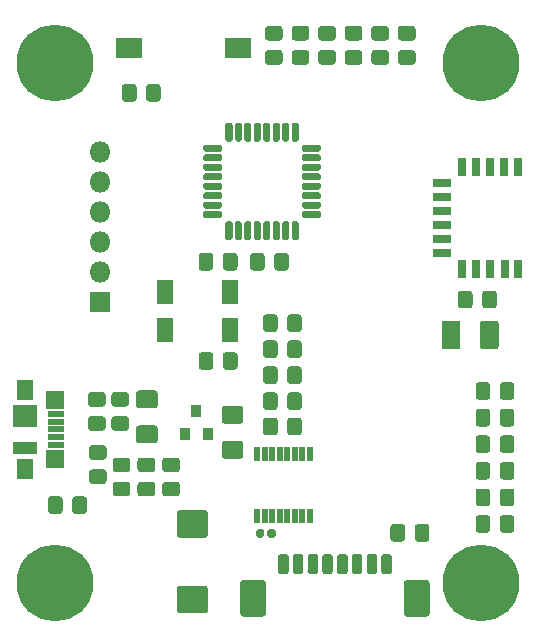
<source format=gbr>
%TF.GenerationSoftware,KiCad,Pcbnew,5.1.6-1.fc32*%
%TF.CreationDate,2020-08-22T09:30:13+02:00*%
%TF.ProjectId,pm_monitor_1,706d5f6d-6f6e-4697-946f-725f312e6b69,rev?*%
%TF.SameCoordinates,Original*%
%TF.FileFunction,Soldermask,Top*%
%TF.FilePolarity,Negative*%
%FSLAX46Y46*%
G04 Gerber Fmt 4.6, Leading zero omitted, Abs format (unit mm)*
G04 Created by KiCad (PCBNEW 5.1.6-1.fc32) date 2020-08-22 09:30:13*
%MOMM*%
%LPD*%
G01*
G04 APERTURE LIST*
%ADD10R,0.500000X1.300000*%
%ADD11C,6.500000*%
%ADD12R,1.400000X2.000000*%
%ADD13R,2.280000X1.700000*%
%ADD14R,2.000000X1.100000*%
%ADD15R,2.000000X1.900000*%
%ADD16R,1.400000X1.750000*%
%ADD17R,1.650000X1.525000*%
%ADD18R,1.480000X0.550000*%
%ADD19O,1.800000X1.800000*%
%ADD20R,1.800000X1.800000*%
%ADD21R,0.900000X1.000000*%
%ADD22R,1.600000X0.800000*%
%ADD23R,0.800000X1.600000*%
G04 APERTURE END LIST*
%TO.C,R8*%
G36*
G01*
X84228262Y-52075000D02*
X83271738Y-52075000D01*
G75*
G02*
X83000000Y-51803262I0J271738D01*
G01*
X83000000Y-51096738D01*
G75*
G02*
X83271738Y-50825000I271738J0D01*
G01*
X84228262Y-50825000D01*
G75*
G02*
X84500000Y-51096738I0J-271738D01*
G01*
X84500000Y-51803262D01*
G75*
G02*
X84228262Y-52075000I-271738J0D01*
G01*
G37*
G36*
G01*
X84228262Y-54125000D02*
X83271738Y-54125000D01*
G75*
G02*
X83000000Y-53853262I0J271738D01*
G01*
X83000000Y-53146738D01*
G75*
G02*
X83271738Y-52875000I271738J0D01*
G01*
X84228262Y-52875000D01*
G75*
G02*
X84500000Y-53146738I0J-271738D01*
G01*
X84500000Y-53853262D01*
G75*
G02*
X84228262Y-54125000I-271738J0D01*
G01*
G37*
%TD*%
%TO.C,D6*%
G36*
G01*
X81978262Y-52075000D02*
X81021738Y-52075000D01*
G75*
G02*
X80750000Y-51803262I0J271738D01*
G01*
X80750000Y-51096738D01*
G75*
G02*
X81021738Y-50825000I271738J0D01*
G01*
X81978262Y-50825000D01*
G75*
G02*
X82250000Y-51096738I0J-271738D01*
G01*
X82250000Y-51803262D01*
G75*
G02*
X81978262Y-52075000I-271738J0D01*
G01*
G37*
G36*
G01*
X81978262Y-54125000D02*
X81021738Y-54125000D01*
G75*
G02*
X80750000Y-53853262I0J271738D01*
G01*
X80750000Y-53146738D01*
G75*
G02*
X81021738Y-52875000I271738J0D01*
G01*
X81978262Y-52875000D01*
G75*
G02*
X82250000Y-53146738I0J-271738D01*
G01*
X82250000Y-53853262D01*
G75*
G02*
X81978262Y-54125000I-271738J0D01*
G01*
G37*
%TD*%
%TO.C,R2*%
G36*
G01*
X71955000Y-93997500D02*
X71955000Y-93602500D01*
G75*
G02*
X72127500Y-93430000I172500J0D01*
G01*
X72472500Y-93430000D01*
G75*
G02*
X72645000Y-93602500I0J-172500D01*
G01*
X72645000Y-93997500D01*
G75*
G02*
X72472500Y-94170000I-172500J0D01*
G01*
X72127500Y-94170000D01*
G75*
G02*
X71955000Y-93997500I0J172500D01*
G01*
G37*
G36*
G01*
X70985000Y-93997500D02*
X70985000Y-93602500D01*
G75*
G02*
X71157500Y-93430000I172500J0D01*
G01*
X71502500Y-93430000D01*
G75*
G02*
X71675000Y-93602500I0J-172500D01*
G01*
X71675000Y-93997500D01*
G75*
G02*
X71502500Y-94170000I-172500J0D01*
G01*
X71157500Y-94170000D01*
G75*
G02*
X70985000Y-93997500I0J172500D01*
G01*
G37*
%TD*%
%TO.C,C14*%
G36*
G01*
X83625000Y-93271738D02*
X83625000Y-94228262D01*
G75*
G02*
X83353262Y-94500000I-271738J0D01*
G01*
X82646738Y-94500000D01*
G75*
G02*
X82375000Y-94228262I0J271738D01*
G01*
X82375000Y-93271738D01*
G75*
G02*
X82646738Y-93000000I271738J0D01*
G01*
X83353262Y-93000000D01*
G75*
G02*
X83625000Y-93271738I0J-271738D01*
G01*
G37*
G36*
G01*
X85675000Y-93271738D02*
X85675000Y-94228262D01*
G75*
G02*
X85403262Y-94500000I-271738J0D01*
G01*
X84696738Y-94500000D01*
G75*
G02*
X84425000Y-94228262I0J271738D01*
G01*
X84425000Y-93271738D01*
G75*
G02*
X84696738Y-93000000I271738J0D01*
G01*
X85403262Y-93000000D01*
G75*
G02*
X85675000Y-93271738I0J-271738D01*
G01*
G37*
%TD*%
%TO.C,C13*%
G36*
G01*
X64536110Y-98225000D02*
X66663890Y-98225000D01*
G75*
G02*
X66925000Y-98486110I0J-261110D01*
G01*
X66925000Y-100313890D01*
G75*
G02*
X66663890Y-100575000I-261110J0D01*
G01*
X64536110Y-100575000D01*
G75*
G02*
X64275000Y-100313890I0J261110D01*
G01*
X64275000Y-98486110D01*
G75*
G02*
X64536110Y-98225000I261110J0D01*
G01*
G37*
G36*
G01*
X64536110Y-91825000D02*
X66663890Y-91825000D01*
G75*
G02*
X66925000Y-92086110I0J-261110D01*
G01*
X66925000Y-93913890D01*
G75*
G02*
X66663890Y-94175000I-261110J0D01*
G01*
X64536110Y-94175000D01*
G75*
G02*
X64275000Y-93913890I0J261110D01*
G01*
X64275000Y-92086110D01*
G75*
G02*
X64536110Y-91825000I261110J0D01*
G01*
G37*
%TD*%
D10*
%TO.C,U4*%
X75525000Y-92300000D03*
X74890000Y-92300000D03*
X74255000Y-92300000D03*
X73620000Y-92300000D03*
X72985000Y-92300000D03*
X72350000Y-92300000D03*
X71715000Y-92300000D03*
X71080000Y-92300000D03*
X71080000Y-87100000D03*
X71715000Y-87100000D03*
X72350000Y-87100000D03*
X72985000Y-87100000D03*
X73620000Y-87100000D03*
X74255000Y-87100000D03*
X74890000Y-87100000D03*
X75525000Y-87100000D03*
%TD*%
%TO.C,R14*%
G36*
G01*
X91625000Y-93478262D02*
X91625000Y-92521738D01*
G75*
G02*
X91896738Y-92250000I271738J0D01*
G01*
X92603262Y-92250000D01*
G75*
G02*
X92875000Y-92521738I0J-271738D01*
G01*
X92875000Y-93478262D01*
G75*
G02*
X92603262Y-93750000I-271738J0D01*
G01*
X91896738Y-93750000D01*
G75*
G02*
X91625000Y-93478262I0J271738D01*
G01*
G37*
G36*
G01*
X89575000Y-93478262D02*
X89575000Y-92521738D01*
G75*
G02*
X89846738Y-92250000I271738J0D01*
G01*
X90553262Y-92250000D01*
G75*
G02*
X90825000Y-92521738I0J-271738D01*
G01*
X90825000Y-93478262D01*
G75*
G02*
X90553262Y-93750000I-271738J0D01*
G01*
X89846738Y-93750000D01*
G75*
G02*
X89575000Y-93478262I0J271738D01*
G01*
G37*
%TD*%
%TO.C,R13*%
G36*
G01*
X91625000Y-88978262D02*
X91625000Y-88021738D01*
G75*
G02*
X91896738Y-87750000I271738J0D01*
G01*
X92603262Y-87750000D01*
G75*
G02*
X92875000Y-88021738I0J-271738D01*
G01*
X92875000Y-88978262D01*
G75*
G02*
X92603262Y-89250000I-271738J0D01*
G01*
X91896738Y-89250000D01*
G75*
G02*
X91625000Y-88978262I0J271738D01*
G01*
G37*
G36*
G01*
X89575000Y-88978262D02*
X89575000Y-88021738D01*
G75*
G02*
X89846738Y-87750000I271738J0D01*
G01*
X90553262Y-87750000D01*
G75*
G02*
X90825000Y-88021738I0J-271738D01*
G01*
X90825000Y-88978262D01*
G75*
G02*
X90553262Y-89250000I-271738J0D01*
G01*
X89846738Y-89250000D01*
G75*
G02*
X89575000Y-88978262I0J271738D01*
G01*
G37*
%TD*%
%TO.C,R12*%
G36*
G01*
X73625000Y-78678262D02*
X73625000Y-77721738D01*
G75*
G02*
X73896738Y-77450000I271738J0D01*
G01*
X74603262Y-77450000D01*
G75*
G02*
X74875000Y-77721738I0J-271738D01*
G01*
X74875000Y-78678262D01*
G75*
G02*
X74603262Y-78950000I-271738J0D01*
G01*
X73896738Y-78950000D01*
G75*
G02*
X73625000Y-78678262I0J271738D01*
G01*
G37*
G36*
G01*
X71575000Y-78678262D02*
X71575000Y-77721738D01*
G75*
G02*
X71846738Y-77450000I271738J0D01*
G01*
X72553262Y-77450000D01*
G75*
G02*
X72825000Y-77721738I0J-271738D01*
G01*
X72825000Y-78678262D01*
G75*
G02*
X72553262Y-78950000I-271738J0D01*
G01*
X71846738Y-78950000D01*
G75*
G02*
X71575000Y-78678262I0J271738D01*
G01*
G37*
%TD*%
%TO.C,R11*%
G36*
G01*
X73625000Y-76478262D02*
X73625000Y-75521738D01*
G75*
G02*
X73896738Y-75250000I271738J0D01*
G01*
X74603262Y-75250000D01*
G75*
G02*
X74875000Y-75521738I0J-271738D01*
G01*
X74875000Y-76478262D01*
G75*
G02*
X74603262Y-76750000I-271738J0D01*
G01*
X73896738Y-76750000D01*
G75*
G02*
X73625000Y-76478262I0J271738D01*
G01*
G37*
G36*
G01*
X71575000Y-76478262D02*
X71575000Y-75521738D01*
G75*
G02*
X71846738Y-75250000I271738J0D01*
G01*
X72553262Y-75250000D01*
G75*
G02*
X72825000Y-75521738I0J-271738D01*
G01*
X72825000Y-76478262D01*
G75*
G02*
X72553262Y-76750000I-271738J0D01*
G01*
X71846738Y-76750000D01*
G75*
G02*
X71575000Y-76478262I0J271738D01*
G01*
G37*
%TD*%
%TO.C,R10*%
G36*
G01*
X73625000Y-80878262D02*
X73625000Y-79921738D01*
G75*
G02*
X73896738Y-79650000I271738J0D01*
G01*
X74603262Y-79650000D01*
G75*
G02*
X74875000Y-79921738I0J-271738D01*
G01*
X74875000Y-80878262D01*
G75*
G02*
X74603262Y-81150000I-271738J0D01*
G01*
X73896738Y-81150000D01*
G75*
G02*
X73625000Y-80878262I0J271738D01*
G01*
G37*
G36*
G01*
X71575000Y-80878262D02*
X71575000Y-79921738D01*
G75*
G02*
X71846738Y-79650000I271738J0D01*
G01*
X72553262Y-79650000D01*
G75*
G02*
X72825000Y-79921738I0J-271738D01*
G01*
X72825000Y-80878262D01*
G75*
G02*
X72553262Y-81150000I-271738J0D01*
G01*
X71846738Y-81150000D01*
G75*
G02*
X71575000Y-80878262I0J271738D01*
G01*
G37*
%TD*%
%TO.C,R9*%
G36*
G01*
X73625000Y-83078262D02*
X73625000Y-82121738D01*
G75*
G02*
X73896738Y-81850000I271738J0D01*
G01*
X74603262Y-81850000D01*
G75*
G02*
X74875000Y-82121738I0J-271738D01*
G01*
X74875000Y-83078262D01*
G75*
G02*
X74603262Y-83350000I-271738J0D01*
G01*
X73896738Y-83350000D01*
G75*
G02*
X73625000Y-83078262I0J271738D01*
G01*
G37*
G36*
G01*
X71575000Y-83078262D02*
X71575000Y-82121738D01*
G75*
G02*
X71846738Y-81850000I271738J0D01*
G01*
X72553262Y-81850000D01*
G75*
G02*
X72825000Y-82121738I0J-271738D01*
G01*
X72825000Y-83078262D01*
G75*
G02*
X72553262Y-83350000I-271738J0D01*
G01*
X71846738Y-83350000D01*
G75*
G02*
X71575000Y-83078262I0J271738D01*
G01*
G37*
%TD*%
%TO.C,D5*%
G36*
G01*
X91625000Y-91228262D02*
X91625000Y-90271738D01*
G75*
G02*
X91896738Y-90000000I271738J0D01*
G01*
X92603262Y-90000000D01*
G75*
G02*
X92875000Y-90271738I0J-271738D01*
G01*
X92875000Y-91228262D01*
G75*
G02*
X92603262Y-91500000I-271738J0D01*
G01*
X91896738Y-91500000D01*
G75*
G02*
X91625000Y-91228262I0J271738D01*
G01*
G37*
G36*
G01*
X89575000Y-91228262D02*
X89575000Y-90271738D01*
G75*
G02*
X89846738Y-90000000I271738J0D01*
G01*
X90553262Y-90000000D01*
G75*
G02*
X90825000Y-90271738I0J-271738D01*
G01*
X90825000Y-91228262D01*
G75*
G02*
X90553262Y-91500000I-271738J0D01*
G01*
X89846738Y-91500000D01*
G75*
G02*
X89575000Y-91228262I0J271738D01*
G01*
G37*
%TD*%
%TO.C,D4*%
G36*
G01*
X91625000Y-86728262D02*
X91625000Y-85771738D01*
G75*
G02*
X91896738Y-85500000I271738J0D01*
G01*
X92603262Y-85500000D01*
G75*
G02*
X92875000Y-85771738I0J-271738D01*
G01*
X92875000Y-86728262D01*
G75*
G02*
X92603262Y-87000000I-271738J0D01*
G01*
X91896738Y-87000000D01*
G75*
G02*
X91625000Y-86728262I0J271738D01*
G01*
G37*
G36*
G01*
X89575000Y-86728262D02*
X89575000Y-85771738D01*
G75*
G02*
X89846738Y-85500000I271738J0D01*
G01*
X90553262Y-85500000D01*
G75*
G02*
X90825000Y-85771738I0J-271738D01*
G01*
X90825000Y-86728262D01*
G75*
G02*
X90553262Y-87000000I-271738J0D01*
G01*
X89846738Y-87000000D01*
G75*
G02*
X89575000Y-86728262I0J271738D01*
G01*
G37*
%TD*%
%TO.C,C12*%
G36*
G01*
X72825000Y-84271738D02*
X72825000Y-85228262D01*
G75*
G02*
X72553262Y-85500000I-271738J0D01*
G01*
X71846738Y-85500000D01*
G75*
G02*
X71575000Y-85228262I0J271738D01*
G01*
X71575000Y-84271738D01*
G75*
G02*
X71846738Y-84000000I271738J0D01*
G01*
X72553262Y-84000000D01*
G75*
G02*
X72825000Y-84271738I0J-271738D01*
G01*
G37*
G36*
G01*
X74875000Y-84271738D02*
X74875000Y-85228262D01*
G75*
G02*
X74603262Y-85500000I-271738J0D01*
G01*
X73896738Y-85500000D01*
G75*
G02*
X73625000Y-85228262I0J271738D01*
G01*
X73625000Y-84271738D01*
G75*
G02*
X73896738Y-84000000I271738J0D01*
G01*
X74603262Y-84000000D01*
G75*
G02*
X74875000Y-84271738I0J-271738D01*
G01*
G37*
%TD*%
%TO.C,C11*%
G36*
G01*
X59121738Y-89425000D02*
X60078262Y-89425000D01*
G75*
G02*
X60350000Y-89696738I0J-271738D01*
G01*
X60350000Y-90403262D01*
G75*
G02*
X60078262Y-90675000I-271738J0D01*
G01*
X59121738Y-90675000D01*
G75*
G02*
X58850000Y-90403262I0J271738D01*
G01*
X58850000Y-89696738D01*
G75*
G02*
X59121738Y-89425000I271738J0D01*
G01*
G37*
G36*
G01*
X59121738Y-87375000D02*
X60078262Y-87375000D01*
G75*
G02*
X60350000Y-87646738I0J-271738D01*
G01*
X60350000Y-88353262D01*
G75*
G02*
X60078262Y-88625000I-271738J0D01*
G01*
X59121738Y-88625000D01*
G75*
G02*
X58850000Y-88353262I0J271738D01*
G01*
X58850000Y-87646738D01*
G75*
G02*
X59121738Y-87375000I271738J0D01*
G01*
G37*
%TD*%
%TO.C,C10*%
G36*
G01*
X61221738Y-89425000D02*
X62178262Y-89425000D01*
G75*
G02*
X62450000Y-89696738I0J-271738D01*
G01*
X62450000Y-90403262D01*
G75*
G02*
X62178262Y-90675000I-271738J0D01*
G01*
X61221738Y-90675000D01*
G75*
G02*
X60950000Y-90403262I0J271738D01*
G01*
X60950000Y-89696738D01*
G75*
G02*
X61221738Y-89425000I271738J0D01*
G01*
G37*
G36*
G01*
X61221738Y-87375000D02*
X62178262Y-87375000D01*
G75*
G02*
X62450000Y-87646738I0J-271738D01*
G01*
X62450000Y-88353262D01*
G75*
G02*
X62178262Y-88625000I-271738J0D01*
G01*
X61221738Y-88625000D01*
G75*
G02*
X60950000Y-88353262I0J271738D01*
G01*
X60950000Y-87646738D01*
G75*
G02*
X61221738Y-87375000I271738J0D01*
G01*
G37*
%TD*%
%TO.C,C9*%
G36*
G01*
X57978262Y-83075000D02*
X57021738Y-83075000D01*
G75*
G02*
X56750000Y-82803262I0J271738D01*
G01*
X56750000Y-82096738D01*
G75*
G02*
X57021738Y-81825000I271738J0D01*
G01*
X57978262Y-81825000D01*
G75*
G02*
X58250000Y-82096738I0J-271738D01*
G01*
X58250000Y-82803262D01*
G75*
G02*
X57978262Y-83075000I-271738J0D01*
G01*
G37*
G36*
G01*
X57978262Y-85125000D02*
X57021738Y-85125000D01*
G75*
G02*
X56750000Y-84853262I0J271738D01*
G01*
X56750000Y-84146738D01*
G75*
G02*
X57021738Y-83875000I271738J0D01*
G01*
X57978262Y-83875000D01*
G75*
G02*
X58250000Y-84146738I0J-271738D01*
G01*
X58250000Y-84853262D01*
G75*
G02*
X57978262Y-85125000I-271738J0D01*
G01*
G37*
%TD*%
%TO.C,C8*%
G36*
G01*
X67375000Y-70321738D02*
X67375000Y-71278262D01*
G75*
G02*
X67103262Y-71550000I-271738J0D01*
G01*
X66396738Y-71550000D01*
G75*
G02*
X66125000Y-71278262I0J271738D01*
G01*
X66125000Y-70321738D01*
G75*
G02*
X66396738Y-70050000I271738J0D01*
G01*
X67103262Y-70050000D01*
G75*
G02*
X67375000Y-70321738I0J-271738D01*
G01*
G37*
G36*
G01*
X69425000Y-70321738D02*
X69425000Y-71278262D01*
G75*
G02*
X69153262Y-71550000I-271738J0D01*
G01*
X68446738Y-71550000D01*
G75*
G02*
X68175000Y-71278262I0J271738D01*
G01*
X68175000Y-70321738D01*
G75*
G02*
X68446738Y-70050000I271738J0D01*
G01*
X69153262Y-70050000D01*
G75*
G02*
X69425000Y-70321738I0J-271738D01*
G01*
G37*
%TD*%
%TO.C,C7*%
G36*
G01*
X67375000Y-78721738D02*
X67375000Y-79678262D01*
G75*
G02*
X67103262Y-79950000I-271738J0D01*
G01*
X66396738Y-79950000D01*
G75*
G02*
X66125000Y-79678262I0J271738D01*
G01*
X66125000Y-78721738D01*
G75*
G02*
X66396738Y-78450000I271738J0D01*
G01*
X67103262Y-78450000D01*
G75*
G02*
X67375000Y-78721738I0J-271738D01*
G01*
G37*
G36*
G01*
X69425000Y-78721738D02*
X69425000Y-79678262D01*
G75*
G02*
X69153262Y-79950000I-271738J0D01*
G01*
X68446738Y-79950000D01*
G75*
G02*
X68175000Y-79678262I0J271738D01*
G01*
X68175000Y-78721738D01*
G75*
G02*
X68446738Y-78450000I271738J0D01*
G01*
X69153262Y-78450000D01*
G75*
G02*
X69425000Y-78721738I0J-271738D01*
G01*
G37*
%TD*%
%TO.C,C5*%
G36*
G01*
X88300000Y-76041667D02*
X88300000Y-77958333D01*
G75*
G02*
X88033333Y-78225000I-266667J0D01*
G01*
X86966667Y-78225000D01*
G75*
G02*
X86700000Y-77958333I0J266667D01*
G01*
X86700000Y-76041667D01*
G75*
G02*
X86966667Y-75775000I266667J0D01*
G01*
X88033333Y-75775000D01*
G75*
G02*
X88300000Y-76041667I0J-266667D01*
G01*
G37*
G36*
G01*
X91550000Y-76041667D02*
X91550000Y-77958333D01*
G75*
G02*
X91283333Y-78225000I-266667J0D01*
G01*
X90216667Y-78225000D01*
G75*
G02*
X89950000Y-77958333I0J266667D01*
G01*
X89950000Y-76041667D01*
G75*
G02*
X90216667Y-75775000I266667J0D01*
G01*
X91283333Y-75775000D01*
G75*
G02*
X91550000Y-76041667I0J-266667D01*
G01*
G37*
%TD*%
%TO.C,C4*%
G36*
G01*
X89325000Y-73521738D02*
X89325000Y-74478262D01*
G75*
G02*
X89053262Y-74750000I-271738J0D01*
G01*
X88346738Y-74750000D01*
G75*
G02*
X88075000Y-74478262I0J271738D01*
G01*
X88075000Y-73521738D01*
G75*
G02*
X88346738Y-73250000I271738J0D01*
G01*
X89053262Y-73250000D01*
G75*
G02*
X89325000Y-73521738I0J-271738D01*
G01*
G37*
G36*
G01*
X91375000Y-73521738D02*
X91375000Y-74478262D01*
G75*
G02*
X91103262Y-74750000I-271738J0D01*
G01*
X90396738Y-74750000D01*
G75*
G02*
X90125000Y-74478262I0J271738D01*
G01*
X90125000Y-73521738D01*
G75*
G02*
X90396738Y-73250000I271738J0D01*
G01*
X91103262Y-73250000D01*
G75*
G02*
X91375000Y-73521738I0J-271738D01*
G01*
G37*
%TD*%
D11*
%TO.C,H4*%
X90000000Y-98000000D03*
%TD*%
%TO.C,H3*%
X90000000Y-54000000D03*
%TD*%
%TO.C,H2*%
X54000000Y-98000000D03*
%TD*%
%TO.C,H1*%
X54000000Y-54000000D03*
%TD*%
D12*
%TO.C,Y1*%
X68800000Y-76600000D03*
X63300000Y-76600000D03*
X63300000Y-73400000D03*
X68800000Y-73400000D03*
%TD*%
D13*
%TO.C,SW1*%
X69430000Y-52700000D03*
X60250000Y-52700000D03*
%TD*%
%TO.C,R7*%
G36*
G01*
X75228262Y-52075000D02*
X74271738Y-52075000D01*
G75*
G02*
X74000000Y-51803262I0J271738D01*
G01*
X74000000Y-51096738D01*
G75*
G02*
X74271738Y-50825000I271738J0D01*
G01*
X75228262Y-50825000D01*
G75*
G02*
X75500000Y-51096738I0J-271738D01*
G01*
X75500000Y-51803262D01*
G75*
G02*
X75228262Y-52075000I-271738J0D01*
G01*
G37*
G36*
G01*
X75228262Y-54125000D02*
X74271738Y-54125000D01*
G75*
G02*
X74000000Y-53853262I0J271738D01*
G01*
X74000000Y-53146738D01*
G75*
G02*
X74271738Y-52875000I271738J0D01*
G01*
X75228262Y-52875000D01*
G75*
G02*
X75500000Y-53146738I0J-271738D01*
G01*
X75500000Y-53853262D01*
G75*
G02*
X75228262Y-54125000I-271738J0D01*
G01*
G37*
%TD*%
%TO.C,J2*%
G36*
G01*
X83500000Y-100588095D02*
X83500000Y-98011905D01*
G75*
G02*
X83761905Y-97750000I261905J0D01*
G01*
X85438095Y-97750000D01*
G75*
G02*
X85700000Y-98011905I0J-261905D01*
G01*
X85700000Y-100588095D01*
G75*
G02*
X85438095Y-100850000I-261905J0D01*
G01*
X83761905Y-100850000D01*
G75*
G02*
X83500000Y-100588095I0J261905D01*
G01*
G37*
G36*
G01*
X69650000Y-100588095D02*
X69650000Y-98011905D01*
G75*
G02*
X69911905Y-97750000I261905J0D01*
G01*
X71588095Y-97750000D01*
G75*
G02*
X71850000Y-98011905I0J-261905D01*
G01*
X71850000Y-100588095D01*
G75*
G02*
X71588095Y-100850000I-261905J0D01*
G01*
X69911905Y-100850000D01*
G75*
G02*
X69650000Y-100588095I0J261905D01*
G01*
G37*
G36*
G01*
X81600000Y-97025000D02*
X81600000Y-95775000D01*
G75*
G02*
X81825000Y-95550000I225000J0D01*
G01*
X82275000Y-95550000D01*
G75*
G02*
X82500000Y-95775000I0J-225000D01*
G01*
X82500000Y-97025000D01*
G75*
G02*
X82275000Y-97250000I-225000J0D01*
G01*
X81825000Y-97250000D01*
G75*
G02*
X81600000Y-97025000I0J225000D01*
G01*
G37*
G36*
G01*
X80350000Y-97025000D02*
X80350000Y-95775000D01*
G75*
G02*
X80575000Y-95550000I225000J0D01*
G01*
X81025000Y-95550000D01*
G75*
G02*
X81250000Y-95775000I0J-225000D01*
G01*
X81250000Y-97025000D01*
G75*
G02*
X81025000Y-97250000I-225000J0D01*
G01*
X80575000Y-97250000D01*
G75*
G02*
X80350000Y-97025000I0J225000D01*
G01*
G37*
G36*
G01*
X79100000Y-97025000D02*
X79100000Y-95775000D01*
G75*
G02*
X79325000Y-95550000I225000J0D01*
G01*
X79775000Y-95550000D01*
G75*
G02*
X80000000Y-95775000I0J-225000D01*
G01*
X80000000Y-97025000D01*
G75*
G02*
X79775000Y-97250000I-225000J0D01*
G01*
X79325000Y-97250000D01*
G75*
G02*
X79100000Y-97025000I0J225000D01*
G01*
G37*
G36*
G01*
X77850000Y-97025000D02*
X77850000Y-95775000D01*
G75*
G02*
X78075000Y-95550000I225000J0D01*
G01*
X78525000Y-95550000D01*
G75*
G02*
X78750000Y-95775000I0J-225000D01*
G01*
X78750000Y-97025000D01*
G75*
G02*
X78525000Y-97250000I-225000J0D01*
G01*
X78075000Y-97250000D01*
G75*
G02*
X77850000Y-97025000I0J225000D01*
G01*
G37*
G36*
G01*
X76600000Y-97025000D02*
X76600000Y-95775000D01*
G75*
G02*
X76825000Y-95550000I225000J0D01*
G01*
X77275000Y-95550000D01*
G75*
G02*
X77500000Y-95775000I0J-225000D01*
G01*
X77500000Y-97025000D01*
G75*
G02*
X77275000Y-97250000I-225000J0D01*
G01*
X76825000Y-97250000D01*
G75*
G02*
X76600000Y-97025000I0J225000D01*
G01*
G37*
G36*
G01*
X75350000Y-97025000D02*
X75350000Y-95775000D01*
G75*
G02*
X75575000Y-95550000I225000J0D01*
G01*
X76025000Y-95550000D01*
G75*
G02*
X76250000Y-95775000I0J-225000D01*
G01*
X76250000Y-97025000D01*
G75*
G02*
X76025000Y-97250000I-225000J0D01*
G01*
X75575000Y-97250000D01*
G75*
G02*
X75350000Y-97025000I0J225000D01*
G01*
G37*
G36*
G01*
X74100000Y-97025000D02*
X74100000Y-95775000D01*
G75*
G02*
X74325000Y-95550000I225000J0D01*
G01*
X74775000Y-95550000D01*
G75*
G02*
X75000000Y-95775000I0J-225000D01*
G01*
X75000000Y-97025000D01*
G75*
G02*
X74775000Y-97250000I-225000J0D01*
G01*
X74325000Y-97250000D01*
G75*
G02*
X74100000Y-97025000I0J225000D01*
G01*
G37*
G36*
G01*
X72850000Y-97025000D02*
X72850000Y-95775000D01*
G75*
G02*
X73075000Y-95550000I225000J0D01*
G01*
X73525000Y-95550000D01*
G75*
G02*
X73750000Y-95775000I0J-225000D01*
G01*
X73750000Y-97025000D01*
G75*
G02*
X73525000Y-97250000I-225000J0D01*
G01*
X73075000Y-97250000D01*
G75*
G02*
X72850000Y-97025000I0J225000D01*
G01*
G37*
%TD*%
D14*
%TO.C,J1*%
X51400000Y-86550000D03*
D15*
X51400000Y-83850000D03*
D16*
X51400000Y-88375000D03*
X51400000Y-81625000D03*
D17*
X53975000Y-87487500D03*
X53975000Y-82512500D03*
D18*
X54060000Y-86300000D03*
X54060000Y-85650000D03*
X54060000Y-85000000D03*
X54060000Y-84350000D03*
X54060000Y-83700000D03*
%TD*%
%TO.C,C6*%
G36*
G01*
X61675000Y-56978262D02*
X61675000Y-56021738D01*
G75*
G02*
X61946738Y-55750000I271738J0D01*
G01*
X62653262Y-55750000D01*
G75*
G02*
X62925000Y-56021738I0J-271738D01*
G01*
X62925000Y-56978262D01*
G75*
G02*
X62653262Y-57250000I-271738J0D01*
G01*
X61946738Y-57250000D01*
G75*
G02*
X61675000Y-56978262I0J271738D01*
G01*
G37*
G36*
G01*
X59625000Y-56978262D02*
X59625000Y-56021738D01*
G75*
G02*
X59896738Y-55750000I271738J0D01*
G01*
X60603262Y-55750000D01*
G75*
G02*
X60875000Y-56021738I0J-271738D01*
G01*
X60875000Y-56978262D01*
G75*
G02*
X60603262Y-57250000I-271738J0D01*
G01*
X59896738Y-57250000D01*
G75*
G02*
X59625000Y-56978262I0J271738D01*
G01*
G37*
%TD*%
%TO.C,C1*%
G36*
G01*
X61092544Y-84662500D02*
X62407456Y-84662500D01*
G75*
G02*
X62675000Y-84930044I0J-267544D01*
G01*
X62675000Y-85919956D01*
G75*
G02*
X62407456Y-86187500I-267544J0D01*
G01*
X61092544Y-86187500D01*
G75*
G02*
X60825000Y-85919956I0J267544D01*
G01*
X60825000Y-84930044D01*
G75*
G02*
X61092544Y-84662500I267544J0D01*
G01*
G37*
G36*
G01*
X61092544Y-81687500D02*
X62407456Y-81687500D01*
G75*
G02*
X62675000Y-81955044I0J-267544D01*
G01*
X62675000Y-82944956D01*
G75*
G02*
X62407456Y-83212500I-267544J0D01*
G01*
X61092544Y-83212500D01*
G75*
G02*
X60825000Y-82944956I0J267544D01*
G01*
X60825000Y-81955044D01*
G75*
G02*
X61092544Y-81687500I267544J0D01*
G01*
G37*
%TD*%
%TO.C,C2*%
G36*
G01*
X68342544Y-82987500D02*
X69657456Y-82987500D01*
G75*
G02*
X69925000Y-83255044I0J-267544D01*
G01*
X69925000Y-84244956D01*
G75*
G02*
X69657456Y-84512500I-267544J0D01*
G01*
X68342544Y-84512500D01*
G75*
G02*
X68075000Y-84244956I0J267544D01*
G01*
X68075000Y-83255044D01*
G75*
G02*
X68342544Y-82987500I267544J0D01*
G01*
G37*
G36*
G01*
X68342544Y-85962500D02*
X69657456Y-85962500D01*
G75*
G02*
X69925000Y-86230044I0J-267544D01*
G01*
X69925000Y-87219956D01*
G75*
G02*
X69657456Y-87487500I-267544J0D01*
G01*
X68342544Y-87487500D01*
G75*
G02*
X68075000Y-87219956I0J267544D01*
G01*
X68075000Y-86230044D01*
G75*
G02*
X68342544Y-85962500I267544J0D01*
G01*
G37*
%TD*%
%TO.C,C3*%
G36*
G01*
X70475000Y-71278262D02*
X70475000Y-70321738D01*
G75*
G02*
X70746738Y-70050000I271738J0D01*
G01*
X71453262Y-70050000D01*
G75*
G02*
X71725000Y-70321738I0J-271738D01*
G01*
X71725000Y-71278262D01*
G75*
G02*
X71453262Y-71550000I-271738J0D01*
G01*
X70746738Y-71550000D01*
G75*
G02*
X70475000Y-71278262I0J271738D01*
G01*
G37*
G36*
G01*
X72525000Y-71278262D02*
X72525000Y-70321738D01*
G75*
G02*
X72796738Y-70050000I271738J0D01*
G01*
X73503262Y-70050000D01*
G75*
G02*
X73775000Y-70321738I0J-271738D01*
G01*
X73775000Y-71278262D01*
G75*
G02*
X73503262Y-71550000I-271738J0D01*
G01*
X72796738Y-71550000D01*
G75*
G02*
X72525000Y-71278262I0J271738D01*
G01*
G37*
%TD*%
%TO.C,D1*%
G36*
G01*
X78771738Y-50825000D02*
X79728262Y-50825000D01*
G75*
G02*
X80000000Y-51096738I0J-271738D01*
G01*
X80000000Y-51803262D01*
G75*
G02*
X79728262Y-52075000I-271738J0D01*
G01*
X78771738Y-52075000D01*
G75*
G02*
X78500000Y-51803262I0J271738D01*
G01*
X78500000Y-51096738D01*
G75*
G02*
X78771738Y-50825000I271738J0D01*
G01*
G37*
G36*
G01*
X78771738Y-52875000D02*
X79728262Y-52875000D01*
G75*
G02*
X80000000Y-53146738I0J-271738D01*
G01*
X80000000Y-53853262D01*
G75*
G02*
X79728262Y-54125000I-271738J0D01*
G01*
X78771738Y-54125000D01*
G75*
G02*
X78500000Y-53853262I0J271738D01*
G01*
X78500000Y-53146738D01*
G75*
G02*
X78771738Y-52875000I271738J0D01*
G01*
G37*
%TD*%
%TO.C,D2*%
G36*
G01*
X72978262Y-54125000D02*
X72021738Y-54125000D01*
G75*
G02*
X71750000Y-53853262I0J271738D01*
G01*
X71750000Y-53146738D01*
G75*
G02*
X72021738Y-52875000I271738J0D01*
G01*
X72978262Y-52875000D01*
G75*
G02*
X73250000Y-53146738I0J-271738D01*
G01*
X73250000Y-53853262D01*
G75*
G02*
X72978262Y-54125000I-271738J0D01*
G01*
G37*
G36*
G01*
X72978262Y-52075000D02*
X72021738Y-52075000D01*
G75*
G02*
X71750000Y-51803262I0J271738D01*
G01*
X71750000Y-51096738D01*
G75*
G02*
X72021738Y-50825000I271738J0D01*
G01*
X72978262Y-50825000D01*
G75*
G02*
X73250000Y-51096738I0J-271738D01*
G01*
X73250000Y-51803262D01*
G75*
G02*
X72978262Y-52075000I-271738J0D01*
G01*
G37*
%TD*%
%TO.C,D3*%
G36*
G01*
X91625000Y-84478262D02*
X91625000Y-83521738D01*
G75*
G02*
X91896738Y-83250000I271738J0D01*
G01*
X92603262Y-83250000D01*
G75*
G02*
X92875000Y-83521738I0J-271738D01*
G01*
X92875000Y-84478262D01*
G75*
G02*
X92603262Y-84750000I-271738J0D01*
G01*
X91896738Y-84750000D01*
G75*
G02*
X91625000Y-84478262I0J271738D01*
G01*
G37*
G36*
G01*
X89575000Y-84478262D02*
X89575000Y-83521738D01*
G75*
G02*
X89846738Y-83250000I271738J0D01*
G01*
X90553262Y-83250000D01*
G75*
G02*
X90825000Y-83521738I0J-271738D01*
G01*
X90825000Y-84478262D01*
G75*
G02*
X90553262Y-84750000I-271738J0D01*
G01*
X89846738Y-84750000D01*
G75*
G02*
X89575000Y-84478262I0J271738D01*
G01*
G37*
%TD*%
D19*
%TO.C,J3*%
X57800000Y-61500000D03*
X57800000Y-64040000D03*
X57800000Y-66580000D03*
X57800000Y-69120000D03*
X57800000Y-71660000D03*
D20*
X57800000Y-74200000D03*
%TD*%
%TO.C,L1*%
G36*
G01*
X59978262Y-85125000D02*
X59021738Y-85125000D01*
G75*
G02*
X58750000Y-84853262I0J271738D01*
G01*
X58750000Y-84146738D01*
G75*
G02*
X59021738Y-83875000I271738J0D01*
G01*
X59978262Y-83875000D01*
G75*
G02*
X60250000Y-84146738I0J-271738D01*
G01*
X60250000Y-84853262D01*
G75*
G02*
X59978262Y-85125000I-271738J0D01*
G01*
G37*
G36*
G01*
X59978262Y-83075000D02*
X59021738Y-83075000D01*
G75*
G02*
X58750000Y-82803262I0J271738D01*
G01*
X58750000Y-82096738D01*
G75*
G02*
X59021738Y-81825000I271738J0D01*
G01*
X59978262Y-81825000D01*
G75*
G02*
X60250000Y-82096738I0J-271738D01*
G01*
X60250000Y-82803262D01*
G75*
G02*
X59978262Y-83075000I-271738J0D01*
G01*
G37*
%TD*%
%TO.C,R1*%
G36*
G01*
X55425000Y-91878262D02*
X55425000Y-90921738D01*
G75*
G02*
X55696738Y-90650000I271738J0D01*
G01*
X56403262Y-90650000D01*
G75*
G02*
X56675000Y-90921738I0J-271738D01*
G01*
X56675000Y-91878262D01*
G75*
G02*
X56403262Y-92150000I-271738J0D01*
G01*
X55696738Y-92150000D01*
G75*
G02*
X55425000Y-91878262I0J271738D01*
G01*
G37*
G36*
G01*
X53375000Y-91878262D02*
X53375000Y-90921738D01*
G75*
G02*
X53646738Y-90650000I271738J0D01*
G01*
X54353262Y-90650000D01*
G75*
G02*
X54625000Y-90921738I0J-271738D01*
G01*
X54625000Y-91878262D01*
G75*
G02*
X54353262Y-92150000I-271738J0D01*
G01*
X53646738Y-92150000D01*
G75*
G02*
X53375000Y-91878262I0J271738D01*
G01*
G37*
%TD*%
%TO.C,R3*%
G36*
G01*
X58078262Y-87575000D02*
X57121738Y-87575000D01*
G75*
G02*
X56850000Y-87303262I0J271738D01*
G01*
X56850000Y-86596738D01*
G75*
G02*
X57121738Y-86325000I271738J0D01*
G01*
X58078262Y-86325000D01*
G75*
G02*
X58350000Y-86596738I0J-271738D01*
G01*
X58350000Y-87303262D01*
G75*
G02*
X58078262Y-87575000I-271738J0D01*
G01*
G37*
G36*
G01*
X58078262Y-89625000D02*
X57121738Y-89625000D01*
G75*
G02*
X56850000Y-89353262I0J271738D01*
G01*
X56850000Y-88646738D01*
G75*
G02*
X57121738Y-88375000I271738J0D01*
G01*
X58078262Y-88375000D01*
G75*
G02*
X58350000Y-88646738I0J-271738D01*
G01*
X58350000Y-89353262D01*
G75*
G02*
X58078262Y-89625000I-271738J0D01*
G01*
G37*
%TD*%
%TO.C,R4*%
G36*
G01*
X64278262Y-90675000D02*
X63321738Y-90675000D01*
G75*
G02*
X63050000Y-90403262I0J271738D01*
G01*
X63050000Y-89696738D01*
G75*
G02*
X63321738Y-89425000I271738J0D01*
G01*
X64278262Y-89425000D01*
G75*
G02*
X64550000Y-89696738I0J-271738D01*
G01*
X64550000Y-90403262D01*
G75*
G02*
X64278262Y-90675000I-271738J0D01*
G01*
G37*
G36*
G01*
X64278262Y-88625000D02*
X63321738Y-88625000D01*
G75*
G02*
X63050000Y-88353262I0J271738D01*
G01*
X63050000Y-87646738D01*
G75*
G02*
X63321738Y-87375000I271738J0D01*
G01*
X64278262Y-87375000D01*
G75*
G02*
X64550000Y-87646738I0J-271738D01*
G01*
X64550000Y-88353262D01*
G75*
G02*
X64278262Y-88625000I-271738J0D01*
G01*
G37*
%TD*%
%TO.C,R5*%
G36*
G01*
X76521738Y-52875000D02*
X77478262Y-52875000D01*
G75*
G02*
X77750000Y-53146738I0J-271738D01*
G01*
X77750000Y-53853262D01*
G75*
G02*
X77478262Y-54125000I-271738J0D01*
G01*
X76521738Y-54125000D01*
G75*
G02*
X76250000Y-53853262I0J271738D01*
G01*
X76250000Y-53146738D01*
G75*
G02*
X76521738Y-52875000I271738J0D01*
G01*
G37*
G36*
G01*
X76521738Y-50825000D02*
X77478262Y-50825000D01*
G75*
G02*
X77750000Y-51096738I0J-271738D01*
G01*
X77750000Y-51803262D01*
G75*
G02*
X77478262Y-52075000I-271738J0D01*
G01*
X76521738Y-52075000D01*
G75*
G02*
X76250000Y-51803262I0J271738D01*
G01*
X76250000Y-51096738D01*
G75*
G02*
X76521738Y-50825000I271738J0D01*
G01*
G37*
%TD*%
%TO.C,R6*%
G36*
G01*
X91625000Y-82228262D02*
X91625000Y-81271738D01*
G75*
G02*
X91896738Y-81000000I271738J0D01*
G01*
X92603262Y-81000000D01*
G75*
G02*
X92875000Y-81271738I0J-271738D01*
G01*
X92875000Y-82228262D01*
G75*
G02*
X92603262Y-82500000I-271738J0D01*
G01*
X91896738Y-82500000D01*
G75*
G02*
X91625000Y-82228262I0J271738D01*
G01*
G37*
G36*
G01*
X89575000Y-82228262D02*
X89575000Y-81271738D01*
G75*
G02*
X89846738Y-81000000I271738J0D01*
G01*
X90553262Y-81000000D01*
G75*
G02*
X90825000Y-81271738I0J-271738D01*
G01*
X90825000Y-82228262D01*
G75*
G02*
X90553262Y-82500000I-271738J0D01*
G01*
X89846738Y-82500000D01*
G75*
G02*
X89575000Y-82228262I0J271738D01*
G01*
G37*
%TD*%
D21*
%TO.C,U1*%
X65000000Y-85425000D03*
X66900000Y-85425000D03*
X65950000Y-83425000D03*
%TD*%
%TO.C,U2*%
G36*
G01*
X68850000Y-68975000D02*
X68550000Y-68975000D01*
G75*
G02*
X68400000Y-68825000I0J150000D01*
G01*
X68400000Y-67525000D01*
G75*
G02*
X68550000Y-67375000I150000J0D01*
G01*
X68850000Y-67375000D01*
G75*
G02*
X69000000Y-67525000I0J-150000D01*
G01*
X69000000Y-68825000D01*
G75*
G02*
X68850000Y-68975000I-150000J0D01*
G01*
G37*
G36*
G01*
X69650000Y-68975000D02*
X69350000Y-68975000D01*
G75*
G02*
X69200000Y-68825000I0J150000D01*
G01*
X69200000Y-67525000D01*
G75*
G02*
X69350000Y-67375000I150000J0D01*
G01*
X69650000Y-67375000D01*
G75*
G02*
X69800000Y-67525000I0J-150000D01*
G01*
X69800000Y-68825000D01*
G75*
G02*
X69650000Y-68975000I-150000J0D01*
G01*
G37*
G36*
G01*
X70450000Y-68975000D02*
X70150000Y-68975000D01*
G75*
G02*
X70000000Y-68825000I0J150000D01*
G01*
X70000000Y-67525000D01*
G75*
G02*
X70150000Y-67375000I150000J0D01*
G01*
X70450000Y-67375000D01*
G75*
G02*
X70600000Y-67525000I0J-150000D01*
G01*
X70600000Y-68825000D01*
G75*
G02*
X70450000Y-68975000I-150000J0D01*
G01*
G37*
G36*
G01*
X71250000Y-68975000D02*
X70950000Y-68975000D01*
G75*
G02*
X70800000Y-68825000I0J150000D01*
G01*
X70800000Y-67525000D01*
G75*
G02*
X70950000Y-67375000I150000J0D01*
G01*
X71250000Y-67375000D01*
G75*
G02*
X71400000Y-67525000I0J-150000D01*
G01*
X71400000Y-68825000D01*
G75*
G02*
X71250000Y-68975000I-150000J0D01*
G01*
G37*
G36*
G01*
X72050000Y-68975000D02*
X71750000Y-68975000D01*
G75*
G02*
X71600000Y-68825000I0J150000D01*
G01*
X71600000Y-67525000D01*
G75*
G02*
X71750000Y-67375000I150000J0D01*
G01*
X72050000Y-67375000D01*
G75*
G02*
X72200000Y-67525000I0J-150000D01*
G01*
X72200000Y-68825000D01*
G75*
G02*
X72050000Y-68975000I-150000J0D01*
G01*
G37*
G36*
G01*
X72850000Y-68975000D02*
X72550000Y-68975000D01*
G75*
G02*
X72400000Y-68825000I0J150000D01*
G01*
X72400000Y-67525000D01*
G75*
G02*
X72550000Y-67375000I150000J0D01*
G01*
X72850000Y-67375000D01*
G75*
G02*
X73000000Y-67525000I0J-150000D01*
G01*
X73000000Y-68825000D01*
G75*
G02*
X72850000Y-68975000I-150000J0D01*
G01*
G37*
G36*
G01*
X73650000Y-68975000D02*
X73350000Y-68975000D01*
G75*
G02*
X73200000Y-68825000I0J150000D01*
G01*
X73200000Y-67525000D01*
G75*
G02*
X73350000Y-67375000I150000J0D01*
G01*
X73650000Y-67375000D01*
G75*
G02*
X73800000Y-67525000I0J-150000D01*
G01*
X73800000Y-68825000D01*
G75*
G02*
X73650000Y-68975000I-150000J0D01*
G01*
G37*
G36*
G01*
X74450000Y-68975000D02*
X74150000Y-68975000D01*
G75*
G02*
X74000000Y-68825000I0J150000D01*
G01*
X74000000Y-67525000D01*
G75*
G02*
X74150000Y-67375000I150000J0D01*
G01*
X74450000Y-67375000D01*
G75*
G02*
X74600000Y-67525000I0J-150000D01*
G01*
X74600000Y-68825000D01*
G75*
G02*
X74450000Y-68975000I-150000J0D01*
G01*
G37*
G36*
G01*
X76325000Y-67100000D02*
X75025000Y-67100000D01*
G75*
G02*
X74875000Y-66950000I0J150000D01*
G01*
X74875000Y-66650000D01*
G75*
G02*
X75025000Y-66500000I150000J0D01*
G01*
X76325000Y-66500000D01*
G75*
G02*
X76475000Y-66650000I0J-150000D01*
G01*
X76475000Y-66950000D01*
G75*
G02*
X76325000Y-67100000I-150000J0D01*
G01*
G37*
G36*
G01*
X76325000Y-66300000D02*
X75025000Y-66300000D01*
G75*
G02*
X74875000Y-66150000I0J150000D01*
G01*
X74875000Y-65850000D01*
G75*
G02*
X75025000Y-65700000I150000J0D01*
G01*
X76325000Y-65700000D01*
G75*
G02*
X76475000Y-65850000I0J-150000D01*
G01*
X76475000Y-66150000D01*
G75*
G02*
X76325000Y-66300000I-150000J0D01*
G01*
G37*
G36*
G01*
X76325000Y-65500000D02*
X75025000Y-65500000D01*
G75*
G02*
X74875000Y-65350000I0J150000D01*
G01*
X74875000Y-65050000D01*
G75*
G02*
X75025000Y-64900000I150000J0D01*
G01*
X76325000Y-64900000D01*
G75*
G02*
X76475000Y-65050000I0J-150000D01*
G01*
X76475000Y-65350000D01*
G75*
G02*
X76325000Y-65500000I-150000J0D01*
G01*
G37*
G36*
G01*
X76325000Y-64700000D02*
X75025000Y-64700000D01*
G75*
G02*
X74875000Y-64550000I0J150000D01*
G01*
X74875000Y-64250000D01*
G75*
G02*
X75025000Y-64100000I150000J0D01*
G01*
X76325000Y-64100000D01*
G75*
G02*
X76475000Y-64250000I0J-150000D01*
G01*
X76475000Y-64550000D01*
G75*
G02*
X76325000Y-64700000I-150000J0D01*
G01*
G37*
G36*
G01*
X76325000Y-63900000D02*
X75025000Y-63900000D01*
G75*
G02*
X74875000Y-63750000I0J150000D01*
G01*
X74875000Y-63450000D01*
G75*
G02*
X75025000Y-63300000I150000J0D01*
G01*
X76325000Y-63300000D01*
G75*
G02*
X76475000Y-63450000I0J-150000D01*
G01*
X76475000Y-63750000D01*
G75*
G02*
X76325000Y-63900000I-150000J0D01*
G01*
G37*
G36*
G01*
X76325000Y-63100000D02*
X75025000Y-63100000D01*
G75*
G02*
X74875000Y-62950000I0J150000D01*
G01*
X74875000Y-62650000D01*
G75*
G02*
X75025000Y-62500000I150000J0D01*
G01*
X76325000Y-62500000D01*
G75*
G02*
X76475000Y-62650000I0J-150000D01*
G01*
X76475000Y-62950000D01*
G75*
G02*
X76325000Y-63100000I-150000J0D01*
G01*
G37*
G36*
G01*
X76325000Y-62300000D02*
X75025000Y-62300000D01*
G75*
G02*
X74875000Y-62150000I0J150000D01*
G01*
X74875000Y-61850000D01*
G75*
G02*
X75025000Y-61700000I150000J0D01*
G01*
X76325000Y-61700000D01*
G75*
G02*
X76475000Y-61850000I0J-150000D01*
G01*
X76475000Y-62150000D01*
G75*
G02*
X76325000Y-62300000I-150000J0D01*
G01*
G37*
G36*
G01*
X76325000Y-61500000D02*
X75025000Y-61500000D01*
G75*
G02*
X74875000Y-61350000I0J150000D01*
G01*
X74875000Y-61050000D01*
G75*
G02*
X75025000Y-60900000I150000J0D01*
G01*
X76325000Y-60900000D01*
G75*
G02*
X76475000Y-61050000I0J-150000D01*
G01*
X76475000Y-61350000D01*
G75*
G02*
X76325000Y-61500000I-150000J0D01*
G01*
G37*
G36*
G01*
X74450000Y-60625000D02*
X74150000Y-60625000D01*
G75*
G02*
X74000000Y-60475000I0J150000D01*
G01*
X74000000Y-59175000D01*
G75*
G02*
X74150000Y-59025000I150000J0D01*
G01*
X74450000Y-59025000D01*
G75*
G02*
X74600000Y-59175000I0J-150000D01*
G01*
X74600000Y-60475000D01*
G75*
G02*
X74450000Y-60625000I-150000J0D01*
G01*
G37*
G36*
G01*
X73650000Y-60625000D02*
X73350000Y-60625000D01*
G75*
G02*
X73200000Y-60475000I0J150000D01*
G01*
X73200000Y-59175000D01*
G75*
G02*
X73350000Y-59025000I150000J0D01*
G01*
X73650000Y-59025000D01*
G75*
G02*
X73800000Y-59175000I0J-150000D01*
G01*
X73800000Y-60475000D01*
G75*
G02*
X73650000Y-60625000I-150000J0D01*
G01*
G37*
G36*
G01*
X72850000Y-60625000D02*
X72550000Y-60625000D01*
G75*
G02*
X72400000Y-60475000I0J150000D01*
G01*
X72400000Y-59175000D01*
G75*
G02*
X72550000Y-59025000I150000J0D01*
G01*
X72850000Y-59025000D01*
G75*
G02*
X73000000Y-59175000I0J-150000D01*
G01*
X73000000Y-60475000D01*
G75*
G02*
X72850000Y-60625000I-150000J0D01*
G01*
G37*
G36*
G01*
X72050000Y-60625000D02*
X71750000Y-60625000D01*
G75*
G02*
X71600000Y-60475000I0J150000D01*
G01*
X71600000Y-59175000D01*
G75*
G02*
X71750000Y-59025000I150000J0D01*
G01*
X72050000Y-59025000D01*
G75*
G02*
X72200000Y-59175000I0J-150000D01*
G01*
X72200000Y-60475000D01*
G75*
G02*
X72050000Y-60625000I-150000J0D01*
G01*
G37*
G36*
G01*
X71250000Y-60625000D02*
X70950000Y-60625000D01*
G75*
G02*
X70800000Y-60475000I0J150000D01*
G01*
X70800000Y-59175000D01*
G75*
G02*
X70950000Y-59025000I150000J0D01*
G01*
X71250000Y-59025000D01*
G75*
G02*
X71400000Y-59175000I0J-150000D01*
G01*
X71400000Y-60475000D01*
G75*
G02*
X71250000Y-60625000I-150000J0D01*
G01*
G37*
G36*
G01*
X70450000Y-60625000D02*
X70150000Y-60625000D01*
G75*
G02*
X70000000Y-60475000I0J150000D01*
G01*
X70000000Y-59175000D01*
G75*
G02*
X70150000Y-59025000I150000J0D01*
G01*
X70450000Y-59025000D01*
G75*
G02*
X70600000Y-59175000I0J-150000D01*
G01*
X70600000Y-60475000D01*
G75*
G02*
X70450000Y-60625000I-150000J0D01*
G01*
G37*
G36*
G01*
X69650000Y-60625000D02*
X69350000Y-60625000D01*
G75*
G02*
X69200000Y-60475000I0J150000D01*
G01*
X69200000Y-59175000D01*
G75*
G02*
X69350000Y-59025000I150000J0D01*
G01*
X69650000Y-59025000D01*
G75*
G02*
X69800000Y-59175000I0J-150000D01*
G01*
X69800000Y-60475000D01*
G75*
G02*
X69650000Y-60625000I-150000J0D01*
G01*
G37*
G36*
G01*
X68850000Y-60625000D02*
X68550000Y-60625000D01*
G75*
G02*
X68400000Y-60475000I0J150000D01*
G01*
X68400000Y-59175000D01*
G75*
G02*
X68550000Y-59025000I150000J0D01*
G01*
X68850000Y-59025000D01*
G75*
G02*
X69000000Y-59175000I0J-150000D01*
G01*
X69000000Y-60475000D01*
G75*
G02*
X68850000Y-60625000I-150000J0D01*
G01*
G37*
G36*
G01*
X67975000Y-61500000D02*
X66675000Y-61500000D01*
G75*
G02*
X66525000Y-61350000I0J150000D01*
G01*
X66525000Y-61050000D01*
G75*
G02*
X66675000Y-60900000I150000J0D01*
G01*
X67975000Y-60900000D01*
G75*
G02*
X68125000Y-61050000I0J-150000D01*
G01*
X68125000Y-61350000D01*
G75*
G02*
X67975000Y-61500000I-150000J0D01*
G01*
G37*
G36*
G01*
X67975000Y-62300000D02*
X66675000Y-62300000D01*
G75*
G02*
X66525000Y-62150000I0J150000D01*
G01*
X66525000Y-61850000D01*
G75*
G02*
X66675000Y-61700000I150000J0D01*
G01*
X67975000Y-61700000D01*
G75*
G02*
X68125000Y-61850000I0J-150000D01*
G01*
X68125000Y-62150000D01*
G75*
G02*
X67975000Y-62300000I-150000J0D01*
G01*
G37*
G36*
G01*
X67975000Y-63100000D02*
X66675000Y-63100000D01*
G75*
G02*
X66525000Y-62950000I0J150000D01*
G01*
X66525000Y-62650000D01*
G75*
G02*
X66675000Y-62500000I150000J0D01*
G01*
X67975000Y-62500000D01*
G75*
G02*
X68125000Y-62650000I0J-150000D01*
G01*
X68125000Y-62950000D01*
G75*
G02*
X67975000Y-63100000I-150000J0D01*
G01*
G37*
G36*
G01*
X67975000Y-63900000D02*
X66675000Y-63900000D01*
G75*
G02*
X66525000Y-63750000I0J150000D01*
G01*
X66525000Y-63450000D01*
G75*
G02*
X66675000Y-63300000I150000J0D01*
G01*
X67975000Y-63300000D01*
G75*
G02*
X68125000Y-63450000I0J-150000D01*
G01*
X68125000Y-63750000D01*
G75*
G02*
X67975000Y-63900000I-150000J0D01*
G01*
G37*
G36*
G01*
X67975000Y-64700000D02*
X66675000Y-64700000D01*
G75*
G02*
X66525000Y-64550000I0J150000D01*
G01*
X66525000Y-64250000D01*
G75*
G02*
X66675000Y-64100000I150000J0D01*
G01*
X67975000Y-64100000D01*
G75*
G02*
X68125000Y-64250000I0J-150000D01*
G01*
X68125000Y-64550000D01*
G75*
G02*
X67975000Y-64700000I-150000J0D01*
G01*
G37*
G36*
G01*
X67975000Y-65500000D02*
X66675000Y-65500000D01*
G75*
G02*
X66525000Y-65350000I0J150000D01*
G01*
X66525000Y-65050000D01*
G75*
G02*
X66675000Y-64900000I150000J0D01*
G01*
X67975000Y-64900000D01*
G75*
G02*
X68125000Y-65050000I0J-150000D01*
G01*
X68125000Y-65350000D01*
G75*
G02*
X67975000Y-65500000I-150000J0D01*
G01*
G37*
G36*
G01*
X67975000Y-66300000D02*
X66675000Y-66300000D01*
G75*
G02*
X66525000Y-66150000I0J150000D01*
G01*
X66525000Y-65850000D01*
G75*
G02*
X66675000Y-65700000I150000J0D01*
G01*
X67975000Y-65700000D01*
G75*
G02*
X68125000Y-65850000I0J-150000D01*
G01*
X68125000Y-66150000D01*
G75*
G02*
X67975000Y-66300000I-150000J0D01*
G01*
G37*
G36*
G01*
X67975000Y-67100000D02*
X66675000Y-67100000D01*
G75*
G02*
X66525000Y-66950000I0J150000D01*
G01*
X66525000Y-66650000D01*
G75*
G02*
X66675000Y-66500000I150000J0D01*
G01*
X67975000Y-66500000D01*
G75*
G02*
X68125000Y-66650000I0J-150000D01*
G01*
X68125000Y-66950000D01*
G75*
G02*
X67975000Y-67100000I-150000J0D01*
G01*
G37*
%TD*%
D22*
%TO.C,U3*%
X86700000Y-64100000D03*
X86700000Y-65300000D03*
X86700000Y-66500000D03*
X86700000Y-67700000D03*
X86700000Y-68900000D03*
X86700000Y-70100000D03*
D23*
X88400000Y-62750000D03*
X89600000Y-62750000D03*
X90800000Y-62750000D03*
X92000000Y-62750000D03*
X93200000Y-62750000D03*
X88400000Y-71450000D03*
X89600000Y-71450000D03*
X90800000Y-71450000D03*
X92050000Y-71450000D03*
X93200000Y-71450000D03*
%TD*%
M02*

</source>
